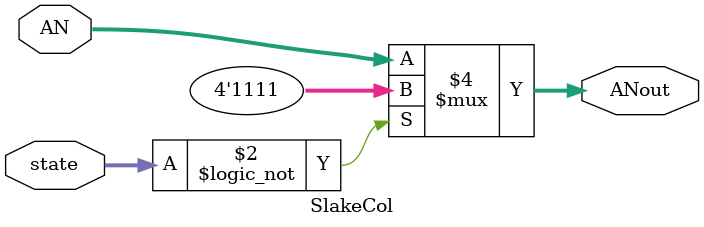
<source format=v>
`timescale 1ns / 1ps


module SlakeCol(
    input wire   [1:0] state,
    input wire   [3:0] AN,
    output reg   [3:0] ANout
    );
    parameter INITIAL = 0;
    
always @(state,AN)
    begin
        if(state == INITIAL)
            ANout = 4'b1111;
        else
            ANout = AN;  
    end
endmodule

</source>
